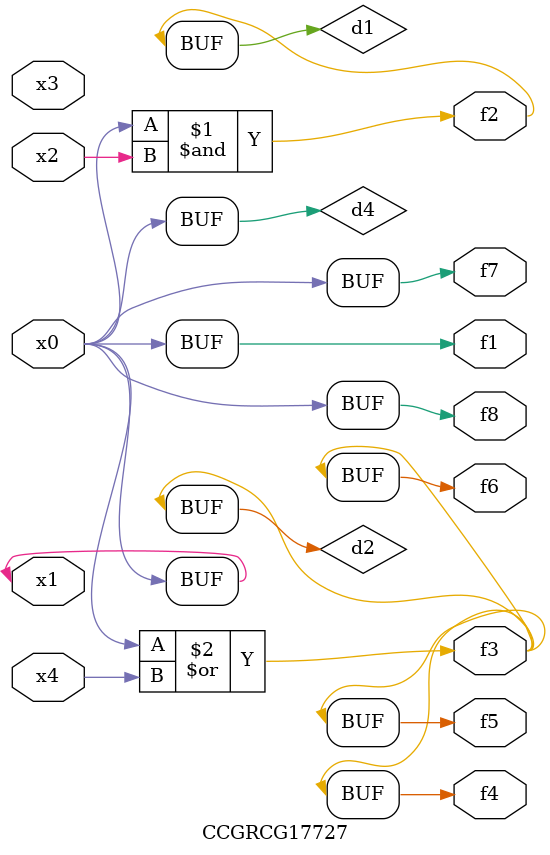
<source format=v>
module CCGRCG17727(
	input x0, x1, x2, x3, x4,
	output f1, f2, f3, f4, f5, f6, f7, f8
);

	wire d1, d2, d3, d4;

	and (d1, x0, x2);
	or (d2, x0, x4);
	nand (d3, x0, x2);
	buf (d4, x0, x1);
	assign f1 = d4;
	assign f2 = d1;
	assign f3 = d2;
	assign f4 = d2;
	assign f5 = d2;
	assign f6 = d2;
	assign f7 = d4;
	assign f8 = d4;
endmodule

</source>
